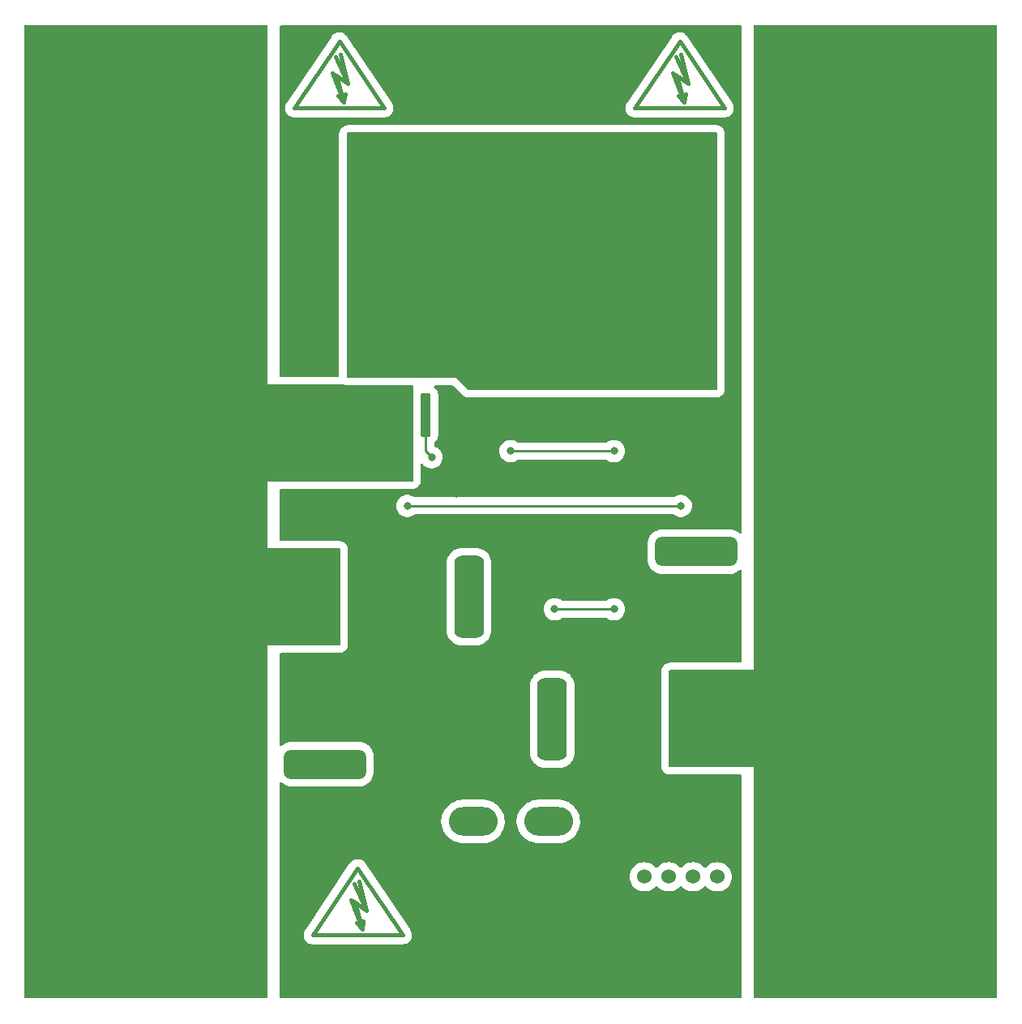
<source format=gbr>
%TF.GenerationSoftware,KiCad,Pcbnew,7.0.2*%
%TF.CreationDate,2024-02-27T12:18:34-06:00*%
%TF.ProjectId,Relay_board_hardware,52656c61-795f-4626-9f61-72645f686172,rev?*%
%TF.SameCoordinates,Original*%
%TF.FileFunction,Copper,L2,Bot*%
%TF.FilePolarity,Positive*%
%FSLAX46Y46*%
G04 Gerber Fmt 4.6, Leading zero omitted, Abs format (unit mm)*
G04 Created by KiCad (PCBNEW 7.0.2) date 2024-02-27 12:18:34*
%MOMM*%
%LPD*%
G01*
G04 APERTURE LIST*
G04 Aperture macros list*
%AMRoundRect*
0 Rectangle with rounded corners*
0 $1 Rounding radius*
0 $2 $3 $4 $5 $6 $7 $8 $9 X,Y pos of 4 corners*
0 Add a 4 corners polygon primitive as box body*
4,1,4,$2,$3,$4,$5,$6,$7,$8,$9,$2,$3,0*
0 Add four circle primitives for the rounded corners*
1,1,$1+$1,$2,$3*
1,1,$1+$1,$4,$5*
1,1,$1+$1,$6,$7*
1,1,$1+$1,$8,$9*
0 Add four rect primitives between the rounded corners*
20,1,$1+$1,$2,$3,$4,$5,0*
20,1,$1+$1,$4,$5,$6,$7,0*
20,1,$1+$1,$6,$7,$8,$9,0*
20,1,$1+$1,$8,$9,$2,$3,0*%
G04 Aperture macros list end*
%TA.AperFunction,EtchedComponent*%
%ADD10C,0.381000*%
%TD*%
%TA.AperFunction,ComponentPad*%
%ADD11O,5.100000X3.000000*%
%TD*%
%TA.AperFunction,ComponentPad*%
%ADD12R,25.400000X50.800000*%
%TD*%
%TA.AperFunction,ComponentPad*%
%ADD13RoundRect,0.775000X-3.525000X0.775000X-3.525000X-0.775000X3.525000X-0.775000X3.525000X0.775000X0*%
%TD*%
%TA.AperFunction,ComponentPad*%
%ADD14RoundRect,0.775000X0.775000X3.525000X-0.775000X3.525000X-0.775000X-3.525000X0.775000X-3.525000X0*%
%TD*%
%TA.AperFunction,ComponentPad*%
%ADD15RoundRect,0.775000X-0.775000X-3.525000X0.775000X-3.525000X0.775000X3.525000X-0.775000X3.525000X0*%
%TD*%
%TA.AperFunction,ComponentPad*%
%ADD16RoundRect,0.775000X3.525000X-0.775000X3.525000X0.775000X-3.525000X0.775000X-3.525000X-0.775000X0*%
%TD*%
%TA.AperFunction,ComponentPad*%
%ADD17R,25.400000X25.400000*%
%TD*%
%TA.AperFunction,ComponentPad*%
%ADD18C,2.000000*%
%TD*%
%TA.AperFunction,ComponentPad*%
%ADD19C,1.524000*%
%TD*%
%TA.AperFunction,SMDPad,CuDef*%
%ADD20RoundRect,0.250000X0.300000X-2.050000X0.300000X2.050000X-0.300000X2.050000X-0.300000X-2.050000X0*%
%TD*%
%TA.AperFunction,SMDPad,CuDef*%
%ADD21RoundRect,0.250000X2.375000X-2.025000X2.375000X2.025000X-2.375000X2.025000X-2.375000X-2.025000X0*%
%TD*%
%TA.AperFunction,SMDPad,CuDef*%
%ADD22RoundRect,0.250002X5.149998X-4.449998X5.149998X4.449998X-5.149998X4.449998X-5.149998X-4.449998X0*%
%TD*%
%TA.AperFunction,ViaPad*%
%ADD23C,0.800000*%
%TD*%
%TA.AperFunction,Conductor*%
%ADD24C,0.254000*%
%TD*%
%TA.AperFunction,Conductor*%
%ADD25C,0.250000*%
%TD*%
G04 APERTURE END LIST*
D10*
%TO.C,REF\u002A\u002A*%
X174752000Y-59436000D02*
X170053000Y-52451000D01*
X170952160Y-56842660D02*
X169753280Y-56042560D01*
X170952160Y-56842660D02*
X169651680Y-54041040D01*
X170550840Y-58841640D02*
X170652440Y-57942480D01*
X170550840Y-58841640D02*
X169951400Y-58143140D01*
X170550840Y-58841640D02*
X169351960Y-55742840D01*
X170152060Y-53842920D02*
X170952160Y-56842660D01*
X170053000Y-52451000D02*
X165354000Y-59436000D01*
X169753280Y-56042560D02*
X170550840Y-58841640D01*
X169351960Y-55742840D02*
X169951400Y-56141620D01*
X165354000Y-59436000D02*
X174752000Y-59436000D01*
X141127480Y-145787110D02*
X136428480Y-138802110D01*
X137327640Y-143193770D02*
X136128760Y-142393670D01*
X137327640Y-143193770D02*
X136027160Y-140392150D01*
X136926320Y-145192750D02*
X137027920Y-144293590D01*
X136926320Y-145192750D02*
X136326880Y-144494250D01*
X136926320Y-145192750D02*
X135727440Y-142093950D01*
X136527540Y-140194030D02*
X137327640Y-143193770D01*
X136428480Y-138802110D02*
X131729480Y-145787110D01*
X136128760Y-142393670D02*
X136926320Y-145192750D01*
X135727440Y-142093950D02*
X136326880Y-142492730D01*
X131729480Y-145787110D02*
X141127480Y-145787110D01*
X139192000Y-59436000D02*
X134493000Y-52451000D01*
X135392160Y-56842660D02*
X134193280Y-56042560D01*
X135392160Y-56842660D02*
X134091680Y-54041040D01*
X134990840Y-58841640D02*
X135092440Y-57942480D01*
X134990840Y-58841640D02*
X134391400Y-58143140D01*
X134990840Y-58841640D02*
X133791960Y-55742840D01*
X134592060Y-53842920D02*
X135392160Y-56842660D01*
X134493000Y-52451000D02*
X129794000Y-59436000D01*
X134193280Y-56042560D02*
X134990840Y-58841640D01*
X133791960Y-55742840D02*
X134391400Y-56141620D01*
X129794000Y-59436000D02*
X139192000Y-59436000D01*
%TD*%
D11*
%TO.P,Conn1,1,GND*%
%TO.N,/RLY_V-*%
X148463000Y-133922800D03*
%TO.P,Conn1,2,V+Log*%
%TO.N,/RLY_V+*%
X156337000Y-133922800D03*
%TD*%
D12*
%TO.P,V3,1,1*%
%TO.N,GNDPWR*%
X114300000Y-76200000D03*
%TD*%
D13*
%TO.P,K1,1*%
%TO.N,GND*%
X158754000Y-105740000D03*
%TO.P,K1,2*%
%TO.N,Net-(IC1-DRAIN)*%
X171754000Y-105740000D03*
D14*
%TO.P,K1,3*%
%TO.N,VBUS*%
X173754000Y-123240000D03*
D15*
%TO.P,K1,4*%
%TO.N,/RLY_V+*%
X156754000Y-123240000D03*
%TD*%
D12*
%TO.P,V5,1,1*%
%TO.N,GNDPWR*%
X114300000Y-127000000D03*
%TD*%
%TO.P,V2,1,1*%
%TO.N,VBUS*%
X190500000Y-76200000D03*
%TD*%
%TO.P,V4,1,1*%
%TO.N,VBUS*%
X190500000Y-127000000D03*
%TD*%
D14*
%TO.P,K2,4*%
%TO.N,/RLY_V-*%
X148046000Y-110440000D03*
D15*
%TO.P,K2,3*%
%TO.N,GNDPWR*%
X131046000Y-110440000D03*
D16*
%TO.P,K2,2*%
%TO.N,Net-(IC1-DRAIN)*%
X133046000Y-127940000D03*
%TO.P,K2,1*%
%TO.N,GND*%
X146046000Y-127940000D03*
%TD*%
D17*
%TO.P,V1,1,1*%
%TO.N,/PWRRES*%
X160655000Y-75565000D03*
%TD*%
D18*
%TO.P,C1,1*%
%TO.N,GNDPWR*%
X132080000Y-90250000D03*
%TO.P,C1,2*%
%TO.N,GND*%
X132080000Y-100250000D03*
%TD*%
D19*
%TO.P,Conn2,1*%
%TO.N,RLY_IN*%
X173990000Y-139700000D03*
%TO.P,Conn2,2*%
%TO.N,/V_SENSE_OUT*%
X171450000Y-139700000D03*
%TO.P,Conn2,3*%
%TO.N,+3V3*%
X168910000Y-139700000D03*
%TO.P,Conn2,4*%
%TO.N,DSCHG_IN*%
X166370000Y-139700000D03*
%TO.P,Conn2,5*%
%TO.N,GND*%
X163830000Y-139700000D03*
%TD*%
D20*
%TO.P,Q1,1,G*%
%TO.N,DSCHG_IN*%
X143510000Y-91470000D03*
D21*
%TO.P,Q1,2,D*%
%TO.N,/PWRRES*%
X138195000Y-84745000D03*
X143745000Y-84745000D03*
D22*
X140970000Y-82320000D03*
D21*
X138195000Y-79895000D03*
X143745000Y-79895000D03*
D20*
%TO.P,Q1,3,S*%
%TO.N,GNDPWR*%
X138430000Y-91470000D03*
%TD*%
D23*
%TO.N,GNDPWR*%
X137160000Y-93345000D03*
X133985000Y-95885000D03*
X133985000Y-90805000D03*
X137160000Y-90805000D03*
X133985000Y-93345000D03*
X128270000Y-113030000D03*
X137160000Y-95885000D03*
X128270000Y-107950000D03*
X128270000Y-110490000D03*
%TO.N,GND*%
X167640000Y-118745000D03*
X161925000Y-97155000D03*
X129540000Y-66040000D03*
X172720000Y-113665000D03*
X129540000Y-77470000D03*
X170815000Y-137160000D03*
X163195000Y-127635000D03*
X167640000Y-127635000D03*
X146685000Y-102870000D03*
X175260000Y-52070000D03*
X158115000Y-113665000D03*
X163195000Y-118745000D03*
X170815000Y-95250000D03*
X168910000Y-113665000D03*
X172720000Y-109855000D03*
X129540000Y-52070000D03*
X175260000Y-77470000D03*
X175895000Y-109855000D03*
X175895000Y-113665000D03*
X158115000Y-109855000D03*
X168910000Y-109855000D03*
X146685000Y-99695000D03*
X175260000Y-66040000D03*
X161925000Y-92075000D03*
%TO.N,Net-(IC1-DRAIN)*%
X170180000Y-100965000D03*
X141605000Y-100965000D03*
%TO.N,VBUS*%
X176530000Y-123190000D03*
X176530000Y-127000000D03*
X176530000Y-119380000D03*
%TO.N,Net-(U1A-+)*%
X152400000Y-95250000D03*
X163195000Y-95250000D03*
%TO.N,/PWRRES*%
X140970000Y-78740000D03*
X140970000Y-85090000D03*
X144780000Y-81915000D03*
X137160000Y-81915000D03*
X140970000Y-82550000D03*
X137160000Y-85090000D03*
X144780000Y-85090000D03*
X144780000Y-78740000D03*
X137160000Y-78740000D03*
%TO.N,DSCHG_IN*%
X157000000Y-111760000D03*
X163195000Y-111760000D03*
X144145000Y-95885000D03*
%TD*%
D24*
%TO.N,Net-(IC1-DRAIN)*%
X170180000Y-100965000D02*
X141605000Y-100965000D01*
%TO.N,Net-(U1A-+)*%
X163195000Y-95250000D02*
X152400000Y-95250000D01*
D25*
%TO.N,DSCHG_IN*%
X143510000Y-95250000D02*
X144145000Y-95885000D01*
X143510000Y-91470000D02*
X143510000Y-95250000D01*
D24*
X163195000Y-111760000D02*
X157000000Y-111760000D01*
%TD*%
%TA.AperFunction,Conductor*%
%TO.N,VBUS*%
G36*
X177800000Y-128270000D02*
G01*
X170180000Y-128270000D01*
X169034000Y-128270000D01*
X168966961Y-128250315D01*
X168921206Y-128197511D01*
X168910000Y-128146000D01*
X168910000Y-118234000D01*
X168929685Y-118166961D01*
X168982489Y-118121206D01*
X169034000Y-118110000D01*
X177800000Y-118110000D01*
X177800000Y-128270000D01*
G37*
%TD.AperFunction*%
%TD*%
%TA.AperFunction,Conductor*%
%TO.N,GND*%
G36*
X176473039Y-50820185D02*
G01*
X176518794Y-50872989D01*
X176530000Y-50924500D01*
X176530000Y-103742359D01*
X176510315Y-103809398D01*
X176457511Y-103855153D01*
X176388353Y-103865097D01*
X176325659Y-103836812D01*
X176252079Y-103774226D01*
X176180626Y-103713448D01*
X175968188Y-103585024D01*
X175968186Y-103585023D01*
X175737898Y-103492340D01*
X175495725Y-103437799D01*
X175352032Y-103427654D01*
X175352028Y-103427653D01*
X175349849Y-103427500D01*
X175347661Y-103427500D01*
X168160340Y-103427500D01*
X168160311Y-103427500D01*
X168158152Y-103427501D01*
X168155974Y-103427654D01*
X168155967Y-103427655D01*
X168012275Y-103437799D01*
X167770101Y-103492340D01*
X167539813Y-103585023D01*
X167327374Y-103713448D01*
X167138285Y-103874285D01*
X166977448Y-104063374D01*
X166849023Y-104275813D01*
X166756340Y-104506101D01*
X166701799Y-104748274D01*
X166695241Y-104841169D01*
X166691500Y-104894151D01*
X166691500Y-104896337D01*
X166691500Y-104896338D01*
X166691500Y-106583659D01*
X166691500Y-106583687D01*
X166691501Y-106585848D01*
X166691654Y-106588026D01*
X166691655Y-106588032D01*
X166701799Y-106731724D01*
X166756340Y-106973898D01*
X166849023Y-107204186D01*
X166849024Y-107204188D01*
X166977448Y-107416626D01*
X167051374Y-107503536D01*
X167138285Y-107605714D01*
X167215694Y-107671557D01*
X167327374Y-107766552D01*
X167539812Y-107894976D01*
X167770101Y-107987659D01*
X168012275Y-108042201D01*
X168158151Y-108052500D01*
X175349848Y-108052499D01*
X175495725Y-108042201D01*
X175737899Y-107987659D01*
X175968188Y-107894976D01*
X176180626Y-107766552D01*
X176325659Y-107643186D01*
X176389477Y-107614745D01*
X176458542Y-107625321D01*
X176510925Y-107671557D01*
X176530000Y-107737639D01*
X176530000Y-117218500D01*
X176510315Y-117285539D01*
X176457511Y-117331294D01*
X176406000Y-117342500D01*
X169034000Y-117342500D01*
X169030706Y-117342854D01*
X169030690Y-117342855D01*
X168874160Y-117359685D01*
X168874157Y-117359685D01*
X168870850Y-117360041D01*
X168867615Y-117360744D01*
X168867601Y-117360747D01*
X168819339Y-117371247D01*
X168797701Y-117376344D01*
X168797688Y-117376347D01*
X168793664Y-117377296D01*
X168789804Y-117378770D01*
X168789790Y-117378775D01*
X168627198Y-117440893D01*
X168507955Y-117522061D01*
X168479883Y-117541169D01*
X168477165Y-117543524D01*
X168477160Y-117543528D01*
X168428317Y-117585850D01*
X168428290Y-117585874D01*
X168427079Y-117586924D01*
X168425921Y-117588039D01*
X168425911Y-117588049D01*
X168368652Y-117643226D01*
X168262991Y-117786729D01*
X168194691Y-117947392D01*
X168194680Y-117947420D01*
X168193276Y-117950725D01*
X168192264Y-117954169D01*
X168192259Y-117954185D01*
X168173591Y-118017764D01*
X168173162Y-118019342D01*
X168163190Y-118056985D01*
X168163188Y-118057001D01*
X168163188Y-118057002D01*
X168142500Y-118234000D01*
X168142500Y-128146000D01*
X168142854Y-128149294D01*
X168142855Y-128149309D01*
X168155832Y-128270000D01*
X168160041Y-128309150D01*
X168160745Y-128312387D01*
X168160747Y-128312398D01*
X168171247Y-128360661D01*
X168176344Y-128382298D01*
X168176346Y-128382307D01*
X168177296Y-128386336D01*
X168178772Y-128390199D01*
X168178775Y-128390209D01*
X168240893Y-128552801D01*
X168282859Y-128614453D01*
X168341169Y-128700117D01*
X168386924Y-128752921D01*
X168443226Y-128811348D01*
X168586726Y-128917007D01*
X168621348Y-128931725D01*
X168747392Y-128985308D01*
X168747405Y-128985312D01*
X168750725Y-128986724D01*
X168754184Y-128987739D01*
X168754185Y-128987740D01*
X168817764Y-129006409D01*
X168819342Y-129006838D01*
X168856985Y-129016809D01*
X168856995Y-129016810D01*
X168857002Y-129016812D01*
X169034000Y-129037500D01*
X169037599Y-129037500D01*
X176406000Y-129037500D01*
X176473039Y-129057185D01*
X176518794Y-129109989D01*
X176530000Y-129161500D01*
X176530000Y-152275500D01*
X176510315Y-152342539D01*
X176457511Y-152388294D01*
X176406000Y-152399500D01*
X128394000Y-152399500D01*
X128326961Y-152379815D01*
X128281206Y-152327011D01*
X128270000Y-152275500D01*
X128270000Y-145802307D01*
X130771684Y-145802307D01*
X130772421Y-145808569D01*
X130773112Y-145829331D01*
X130772793Y-145835624D01*
X130784630Y-145912895D01*
X130785209Y-145917170D01*
X130794349Y-145994797D01*
X130796332Y-146000783D01*
X130801189Y-146020985D01*
X130802143Y-146027215D01*
X130829287Y-146100505D01*
X130830715Y-146104576D01*
X130855297Y-146178783D01*
X130858446Y-146184249D01*
X130867269Y-146203057D01*
X130869460Y-146208970D01*
X130869461Y-146208971D01*
X130910796Y-146275288D01*
X130913014Y-146278988D01*
X130952039Y-146346740D01*
X130956215Y-146351452D01*
X130968648Y-146368106D01*
X130971980Y-146373451D01*
X130971982Y-146373453D01*
X130971984Y-146373456D01*
X131025854Y-146430127D01*
X131028753Y-146433286D01*
X131080603Y-146491781D01*
X131085648Y-146495560D01*
X131101179Y-146509370D01*
X131105519Y-146513935D01*
X131169653Y-146558573D01*
X131173153Y-146561100D01*
X131213756Y-146591511D01*
X131235737Y-146607975D01*
X131241431Y-146610657D01*
X131259429Y-146621059D01*
X131264602Y-146624660D01*
X131336433Y-146655485D01*
X131340319Y-146657233D01*
X131411082Y-146690562D01*
X131417208Y-146692044D01*
X131436929Y-146698610D01*
X131442716Y-146701094D01*
X131519268Y-146716825D01*
X131523470Y-146717766D01*
X131563895Y-146727550D01*
X131599463Y-146736160D01*
X131605758Y-146736379D01*
X131626397Y-146738841D01*
X131632569Y-146740110D01*
X131710721Y-146740110D01*
X131715037Y-146740185D01*
X131793166Y-146742906D01*
X131793166Y-146742905D01*
X131793168Y-146742906D01*
X131799382Y-146741852D01*
X131820100Y-146740110D01*
X141091624Y-146740110D01*
X141099867Y-146740384D01*
X141104487Y-146740691D01*
X141160815Y-146744445D01*
X141238280Y-146733832D01*
X141242557Y-146733322D01*
X141320307Y-146725416D01*
X141326313Y-146723531D01*
X141346598Y-146718993D01*
X141352843Y-146718138D01*
X141426641Y-146692128D01*
X141430621Y-146690803D01*
X141505239Y-146667393D01*
X141510739Y-146664339D01*
X141529701Y-146655808D01*
X141535645Y-146653714D01*
X141602678Y-146613392D01*
X141606343Y-146611274D01*
X141674706Y-146573332D01*
X141679478Y-146569234D01*
X141696344Y-146557055D01*
X141697432Y-146556400D01*
X141701736Y-146553812D01*
X141759297Y-146500806D01*
X141762411Y-146498037D01*
X141821770Y-146447082D01*
X141825620Y-146442107D01*
X141839684Y-146426785D01*
X141844317Y-146422521D01*
X141890012Y-146359038D01*
X141892547Y-146355643D01*
X141940409Y-146293813D01*
X141943183Y-146288155D01*
X141953874Y-146270319D01*
X141957550Y-146265215D01*
X141989525Y-146193848D01*
X141991315Y-146190031D01*
X142025767Y-146119799D01*
X142027346Y-146113699D01*
X142034222Y-146094089D01*
X142036801Y-146088336D01*
X142053751Y-146012007D01*
X142054747Y-146007865D01*
X142074349Y-145932165D01*
X142074668Y-145925875D01*
X142077458Y-145905265D01*
X142078823Y-145899125D01*
X142080062Y-145820967D01*
X142080203Y-145816713D01*
X142084166Y-145738592D01*
X142084165Y-145738591D01*
X142084166Y-145738588D01*
X142083213Y-145732368D01*
X142081798Y-145711612D01*
X142081898Y-145705328D01*
X142081897Y-145705327D01*
X142067374Y-145628495D01*
X142066653Y-145624277D01*
X142064342Y-145609194D01*
X142054816Y-145547006D01*
X142052626Y-145541095D01*
X142047066Y-145521063D01*
X142045898Y-145514880D01*
X142016203Y-145442538D01*
X142014655Y-145438572D01*
X141987500Y-145365250D01*
X141984171Y-145359909D01*
X141974689Y-145341401D01*
X141972299Y-145335577D01*
X141928648Y-145270691D01*
X141926340Y-145267128D01*
X141884976Y-145200764D01*
X141884975Y-145200763D01*
X141884974Y-145200761D01*
X141880634Y-145196195D01*
X141867624Y-145179979D01*
X138181091Y-139699999D01*
X164840786Y-139699999D01*
X164859613Y-139939223D01*
X164915630Y-140172553D01*
X164973538Y-140312355D01*
X165007460Y-140394249D01*
X165007461Y-140394250D01*
X165132841Y-140598851D01*
X165288681Y-140781318D01*
X165471148Y-140937158D01*
X165471150Y-140937159D01*
X165471151Y-140937160D01*
X165675751Y-141062540D01*
X165839538Y-141130382D01*
X165897446Y-141154369D01*
X165971161Y-141172066D01*
X166130778Y-141210387D01*
X166370000Y-141229214D01*
X166609222Y-141210387D01*
X166842553Y-141154369D01*
X167064249Y-141062540D01*
X167268849Y-140937160D01*
X167451318Y-140781318D01*
X167545713Y-140670794D01*
X167604214Y-140632605D01*
X167674082Y-140632105D01*
X167733129Y-140669458D01*
X167734289Y-140670798D01*
X167828681Y-140781318D01*
X168011148Y-140937158D01*
X168011150Y-140937159D01*
X168011151Y-140937160D01*
X168215751Y-141062540D01*
X168379538Y-141130382D01*
X168437446Y-141154369D01*
X168511161Y-141172066D01*
X168670778Y-141210387D01*
X168910000Y-141229214D01*
X169149222Y-141210387D01*
X169382553Y-141154369D01*
X169604249Y-141062540D01*
X169808849Y-140937160D01*
X169991318Y-140781318D01*
X170085711Y-140670796D01*
X170144216Y-140632605D01*
X170214084Y-140632105D01*
X170273130Y-140669459D01*
X170274208Y-140670702D01*
X170368682Y-140781318D01*
X170368685Y-140781321D01*
X170551148Y-140937158D01*
X170551150Y-140937159D01*
X170551151Y-140937160D01*
X170755751Y-141062540D01*
X170919538Y-141130382D01*
X170977446Y-141154369D01*
X171051161Y-141172066D01*
X171210778Y-141210387D01*
X171450000Y-141229214D01*
X171689222Y-141210387D01*
X171922553Y-141154369D01*
X172144249Y-141062540D01*
X172348849Y-140937160D01*
X172531318Y-140781318D01*
X172625711Y-140670796D01*
X172684216Y-140632605D01*
X172754084Y-140632105D01*
X172813130Y-140669459D01*
X172814208Y-140670702D01*
X172908682Y-140781318D01*
X172908685Y-140781321D01*
X173091148Y-140937158D01*
X173091150Y-140937159D01*
X173091151Y-140937160D01*
X173295751Y-141062540D01*
X173459538Y-141130382D01*
X173517446Y-141154369D01*
X173591161Y-141172066D01*
X173750778Y-141210387D01*
X173990000Y-141229214D01*
X174229222Y-141210387D01*
X174462553Y-141154369D01*
X174684249Y-141062540D01*
X174888849Y-140937160D01*
X175071318Y-140781318D01*
X175227160Y-140598849D01*
X175352540Y-140394249D01*
X175444369Y-140172553D01*
X175500387Y-139939222D01*
X175519214Y-139700000D01*
X175500387Y-139460778D01*
X175444369Y-139227447D01*
X175352540Y-139005751D01*
X175227160Y-138801151D01*
X175227159Y-138801150D01*
X175227158Y-138801148D01*
X175071318Y-138618681D01*
X174888851Y-138462841D01*
X174813524Y-138416681D01*
X174684249Y-138337460D01*
X174579216Y-138293954D01*
X174462553Y-138245630D01*
X174229223Y-138189613D01*
X173990000Y-138170786D01*
X173750776Y-138189613D01*
X173517446Y-138245630D01*
X173295749Y-138337461D01*
X173091148Y-138462841D01*
X172908681Y-138618681D01*
X172814290Y-138729201D01*
X172755784Y-138767395D01*
X172685916Y-138767894D01*
X172626869Y-138730540D01*
X172625710Y-138729201D01*
X172531318Y-138618681D01*
X172348851Y-138462841D01*
X172273524Y-138416681D01*
X172144249Y-138337460D01*
X172039216Y-138293954D01*
X171922553Y-138245630D01*
X171689223Y-138189613D01*
X171555399Y-138179081D01*
X171450000Y-138170786D01*
X171449999Y-138170786D01*
X171210776Y-138189613D01*
X170977446Y-138245630D01*
X170755749Y-138337461D01*
X170551148Y-138462841D01*
X170368681Y-138618681D01*
X170274290Y-138729201D01*
X170215784Y-138767395D01*
X170145916Y-138767894D01*
X170086869Y-138730540D01*
X170085710Y-138729201D01*
X169991318Y-138618681D01*
X169808851Y-138462841D01*
X169733524Y-138416681D01*
X169604249Y-138337460D01*
X169499216Y-138293954D01*
X169382553Y-138245630D01*
X169149223Y-138189613D01*
X169015399Y-138179081D01*
X168910000Y-138170786D01*
X168909999Y-138170786D01*
X168670776Y-138189613D01*
X168437446Y-138245630D01*
X168215749Y-138337461D01*
X168011148Y-138462841D01*
X167828684Y-138618679D01*
X167734289Y-138729202D01*
X167675782Y-138767395D01*
X167605914Y-138767893D01*
X167546868Y-138730539D01*
X167545801Y-138729308D01*
X167451318Y-138618682D01*
X167451315Y-138618680D01*
X167451314Y-138618678D01*
X167268851Y-138462841D01*
X167193524Y-138416681D01*
X167064249Y-138337460D01*
X166959216Y-138293954D01*
X166842553Y-138245630D01*
X166609223Y-138189613D01*
X166370000Y-138170786D01*
X166130776Y-138189613D01*
X165897446Y-138245630D01*
X165675749Y-138337461D01*
X165471148Y-138462841D01*
X165288681Y-138618681D01*
X165132841Y-138801148D01*
X165007461Y-139005749D01*
X164915630Y-139227446D01*
X164859613Y-139460776D01*
X164840786Y-139699999D01*
X138181091Y-139699999D01*
X137240134Y-138301279D01*
X137235569Y-138293954D01*
X137207736Y-138245631D01*
X137205922Y-138242481D01*
X137152967Y-138182740D01*
X137150412Y-138179763D01*
X137099386Y-138118381D01*
X137099383Y-138118379D01*
X137099382Y-138118377D01*
X137095770Y-138115488D01*
X137080426Y-138100902D01*
X137077355Y-138097438D01*
X137077351Y-138097435D01*
X137013433Y-138049560D01*
X137010323Y-138047152D01*
X136948013Y-137997320D01*
X136943890Y-137995216D01*
X136925937Y-137984026D01*
X136922225Y-137981246D01*
X136849992Y-137947225D01*
X136846459Y-137945492D01*
X136842295Y-137943367D01*
X136826891Y-137935505D01*
X136775377Y-137909213D01*
X136770917Y-137907983D01*
X136751067Y-137900632D01*
X136746877Y-137898658D01*
X136669308Y-137879882D01*
X136665501Y-137878896D01*
X136588537Y-137857660D01*
X136583912Y-137857352D01*
X136562994Y-137854148D01*
X136558498Y-137853060D01*
X136478736Y-137850281D01*
X136474812Y-137850082D01*
X136395142Y-137844774D01*
X136390544Y-137845404D01*
X136369427Y-137846474D01*
X136364796Y-137846313D01*
X136286076Y-137859653D01*
X136282191Y-137860248D01*
X136203118Y-137871081D01*
X136198741Y-137872624D01*
X136178263Y-137877925D01*
X136177627Y-137878033D01*
X136173692Y-137878700D01*
X136099278Y-137907610D01*
X136095592Y-137908975D01*
X136020314Y-137935505D01*
X136016340Y-137937896D01*
X135997345Y-137947213D01*
X135993030Y-137948889D01*
X135925969Y-137992180D01*
X135922633Y-137994260D01*
X135854219Y-138035410D01*
X135850802Y-138038557D01*
X135834085Y-138051497D01*
X135830191Y-138054010D01*
X135773245Y-138109887D01*
X135770397Y-138112595D01*
X135711640Y-138166700D01*
X135708930Y-138170466D01*
X135695156Y-138186511D01*
X135691848Y-138189757D01*
X135647287Y-138255994D01*
X135645043Y-138259218D01*
X135598407Y-138324008D01*
X135596511Y-138328239D01*
X135586244Y-138346734D01*
X130958761Y-145225427D01*
X130953932Y-145232113D01*
X130916550Y-145280407D01*
X130882131Y-145350575D01*
X130880165Y-145354413D01*
X130843315Y-145423360D01*
X130841525Y-145429401D01*
X130833971Y-145448756D01*
X130831193Y-145454418D01*
X130811602Y-145530081D01*
X130810449Y-145534235D01*
X130788231Y-145609194D01*
X130787693Y-145615476D01*
X130784191Y-145635951D01*
X130782611Y-145642053D01*
X130778650Y-145720138D01*
X130778356Y-145724441D01*
X130771684Y-145802307D01*
X128270000Y-145802307D01*
X128270000Y-133998571D01*
X145146702Y-133998571D01*
X145147116Y-134002692D01*
X145147117Y-134002703D01*
X145176607Y-134295829D01*
X145177023Y-134299962D01*
X145177983Y-134303990D01*
X145177985Y-134304002D01*
X145246282Y-134590588D01*
X145247244Y-134594624D01*
X145248732Y-134598488D01*
X145248735Y-134598497D01*
X145354618Y-134873416D01*
X145356113Y-134877297D01*
X145358106Y-134880934D01*
X145358108Y-134880938D01*
X145499694Y-135139299D01*
X145499700Y-135139308D01*
X145501688Y-135142936D01*
X145504144Y-135146269D01*
X145504147Y-135146274D01*
X145678909Y-135383462D01*
X145681370Y-135386802D01*
X145891953Y-135604544D01*
X146129679Y-135792274D01*
X146390306Y-135946644D01*
X146669183Y-136064898D01*
X146961333Y-136144926D01*
X147261543Y-136185300D01*
X147265684Y-136185300D01*
X149586567Y-136185300D01*
X149588649Y-136185300D01*
X149815237Y-136170132D01*
X150112080Y-136109796D01*
X150398233Y-136010433D01*
X150668588Y-135873816D01*
X150918323Y-135702383D01*
X151142979Y-135499193D01*
X151338548Y-135267873D01*
X151501540Y-135012550D01*
X151629047Y-134737780D01*
X151718793Y-134448467D01*
X151769176Y-134149773D01*
X151774231Y-133998571D01*
X153020702Y-133998571D01*
X153021116Y-134002692D01*
X153021117Y-134002703D01*
X153050607Y-134295829D01*
X153051023Y-134299962D01*
X153051983Y-134303990D01*
X153051985Y-134304002D01*
X153120282Y-134590588D01*
X153121244Y-134594624D01*
X153122732Y-134598488D01*
X153122735Y-134598497D01*
X153228618Y-134873416D01*
X153230113Y-134877297D01*
X153232106Y-134880934D01*
X153232108Y-134880938D01*
X153373694Y-135139299D01*
X153373700Y-135139308D01*
X153375688Y-135142936D01*
X153378144Y-135146269D01*
X153378147Y-135146274D01*
X153552909Y-135383462D01*
X153555370Y-135386802D01*
X153765953Y-135604544D01*
X154003679Y-135792274D01*
X154264306Y-135946644D01*
X154543183Y-136064898D01*
X154835333Y-136144926D01*
X155135543Y-136185300D01*
X155139684Y-136185300D01*
X157460567Y-136185300D01*
X157462649Y-136185300D01*
X157689237Y-136170132D01*
X157986080Y-136109796D01*
X158272233Y-136010433D01*
X158542588Y-135873816D01*
X158792323Y-135702383D01*
X159016979Y-135499193D01*
X159212548Y-135267873D01*
X159375540Y-135012550D01*
X159503047Y-134737780D01*
X159592793Y-134448467D01*
X159643176Y-134149773D01*
X159653298Y-133847029D01*
X159622977Y-133545638D01*
X159552756Y-133250976D01*
X159443887Y-132968303D01*
X159369766Y-132833050D01*
X159300305Y-132706300D01*
X159300302Y-132706295D01*
X159298312Y-132702664D01*
X159118630Y-132458798D01*
X158908047Y-132241056D01*
X158773193Y-132134563D01*
X158673571Y-132055892D01*
X158673566Y-132055888D01*
X158670321Y-132053326D01*
X158666765Y-132051219D01*
X158666761Y-132051217D01*
X158413256Y-131901066D01*
X158409694Y-131898956D01*
X158130817Y-131780702D01*
X158126830Y-131779610D01*
X158126822Y-131779607D01*
X157842674Y-131701771D01*
X157842665Y-131701769D01*
X157838667Y-131700674D01*
X157834560Y-131700121D01*
X157834552Y-131700120D01*
X157542558Y-131660851D01*
X157542550Y-131660850D01*
X157538457Y-131660300D01*
X155211351Y-131660300D01*
X155209277Y-131660438D01*
X155209272Y-131660439D01*
X154988895Y-131675191D01*
X154988889Y-131675191D01*
X154984763Y-131675468D01*
X154980706Y-131676292D01*
X154980703Y-131676293D01*
X154691988Y-131734977D01*
X154691985Y-131734977D01*
X154687920Y-131735804D01*
X154684006Y-131737163D01*
X154683999Y-131737165D01*
X154405679Y-131833808D01*
X154405671Y-131833811D01*
X154401767Y-131835167D01*
X154398070Y-131837034D01*
X154398068Y-131837036D01*
X154135113Y-131969913D01*
X154135103Y-131969918D01*
X154131412Y-131971784D01*
X154128001Y-131974125D01*
X154127995Y-131974129D01*
X153885094Y-132140870D01*
X153885080Y-132140880D01*
X153881677Y-132143217D01*
X153878612Y-132145988D01*
X153878602Y-132145997D01*
X153660095Y-132343626D01*
X153660089Y-132343631D01*
X153657021Y-132346407D01*
X153654352Y-132349562D01*
X153654345Y-132349571D01*
X153464127Y-132574562D01*
X153464121Y-132574569D01*
X153461452Y-132577727D01*
X153459229Y-132581208D01*
X153459221Y-132581220D01*
X153300686Y-132829562D01*
X153300682Y-132829569D01*
X153298460Y-132833050D01*
X153296720Y-132836799D01*
X153296717Y-132836805D01*
X153172698Y-133104058D01*
X153172694Y-133104067D01*
X153170953Y-133107820D01*
X153169727Y-133111770D01*
X153169725Y-133111777D01*
X153082434Y-133393177D01*
X153081207Y-133397133D01*
X153080518Y-133401211D01*
X153080518Y-133401216D01*
X153055461Y-133549770D01*
X153030824Y-133695827D01*
X153030686Y-133699950D01*
X153030685Y-133699962D01*
X153020840Y-133994423D01*
X153020840Y-133994433D01*
X153020702Y-133998571D01*
X151774231Y-133998571D01*
X151779298Y-133847029D01*
X151748977Y-133545638D01*
X151678756Y-133250976D01*
X151569887Y-132968303D01*
X151495766Y-132833050D01*
X151426305Y-132706300D01*
X151426302Y-132706295D01*
X151424312Y-132702664D01*
X151244630Y-132458798D01*
X151034047Y-132241056D01*
X150899193Y-132134563D01*
X150799571Y-132055892D01*
X150799566Y-132055888D01*
X150796321Y-132053326D01*
X150792765Y-132051219D01*
X150792761Y-132051217D01*
X150539256Y-131901066D01*
X150535694Y-131898956D01*
X150256817Y-131780702D01*
X150252830Y-131779610D01*
X150252822Y-131779607D01*
X149968674Y-131701771D01*
X149968665Y-131701769D01*
X149964667Y-131700674D01*
X149960560Y-131700121D01*
X149960552Y-131700120D01*
X149668558Y-131660851D01*
X149668550Y-131660850D01*
X149664457Y-131660300D01*
X147337351Y-131660300D01*
X147335277Y-131660438D01*
X147335272Y-131660439D01*
X147114895Y-131675191D01*
X147114889Y-131675191D01*
X147110763Y-131675468D01*
X147106706Y-131676292D01*
X147106703Y-131676293D01*
X146817988Y-131734977D01*
X146817985Y-131734977D01*
X146813920Y-131735804D01*
X146810006Y-131737163D01*
X146809999Y-131737165D01*
X146531679Y-131833808D01*
X146531671Y-131833811D01*
X146527767Y-131835167D01*
X146524070Y-131837034D01*
X146524068Y-131837036D01*
X146261113Y-131969913D01*
X146261103Y-131969918D01*
X146257412Y-131971784D01*
X146254001Y-131974125D01*
X146253995Y-131974129D01*
X146011094Y-132140870D01*
X146011080Y-132140880D01*
X146007677Y-132143217D01*
X146004612Y-132145988D01*
X146004602Y-132145997D01*
X145786095Y-132343626D01*
X145786089Y-132343631D01*
X145783021Y-132346407D01*
X145780352Y-132349562D01*
X145780345Y-132349571D01*
X145590127Y-132574562D01*
X145590121Y-132574569D01*
X145587452Y-132577727D01*
X145585229Y-132581208D01*
X145585221Y-132581220D01*
X145426686Y-132829562D01*
X145426682Y-132829569D01*
X145424460Y-132833050D01*
X145422720Y-132836799D01*
X145422717Y-132836805D01*
X145298698Y-133104058D01*
X145298694Y-133104067D01*
X145296953Y-133107820D01*
X145295727Y-133111770D01*
X145295725Y-133111777D01*
X145208434Y-133393177D01*
X145207207Y-133397133D01*
X145206518Y-133401211D01*
X145206518Y-133401216D01*
X145181461Y-133549770D01*
X145156824Y-133695827D01*
X145156686Y-133699950D01*
X145156685Y-133699962D01*
X145146840Y-133994423D01*
X145146840Y-133994433D01*
X145146702Y-133998571D01*
X128270000Y-133998571D01*
X128270000Y-129937639D01*
X128289685Y-129870600D01*
X128342489Y-129824845D01*
X128411647Y-129814901D01*
X128474341Y-129843187D01*
X128585382Y-129937639D01*
X128619374Y-129966552D01*
X128831812Y-130094976D01*
X129062101Y-130187659D01*
X129304275Y-130242201D01*
X129450151Y-130252500D01*
X136641848Y-130252499D01*
X136787725Y-130242201D01*
X137029899Y-130187659D01*
X137260188Y-130094976D01*
X137472626Y-129966552D01*
X137661714Y-129805714D01*
X137822552Y-129616626D01*
X137950976Y-129404188D01*
X138043659Y-129173899D01*
X138098201Y-128931725D01*
X138108500Y-128785849D01*
X138108499Y-127094152D01*
X138098201Y-126948275D01*
X138072394Y-126833687D01*
X154441500Y-126833687D01*
X154441501Y-126835848D01*
X154441654Y-126838026D01*
X154441655Y-126838032D01*
X154451799Y-126981724D01*
X154506340Y-127223898D01*
X154599023Y-127454186D01*
X154599024Y-127454188D01*
X154727448Y-127666626D01*
X154801374Y-127753536D01*
X154888285Y-127855714D01*
X154975196Y-127929640D01*
X155077374Y-128016552D01*
X155289812Y-128144976D01*
X155520101Y-128237659D01*
X155762275Y-128292201D01*
X155908151Y-128302500D01*
X157599848Y-128302499D01*
X157745725Y-128292201D01*
X157987899Y-128237659D01*
X158218188Y-128144976D01*
X158430626Y-128016552D01*
X158619714Y-127855714D01*
X158780552Y-127666626D01*
X158908976Y-127454188D01*
X159001659Y-127223899D01*
X159056201Y-126981725D01*
X159066500Y-126835849D01*
X159066499Y-119644152D01*
X159056201Y-119498275D01*
X159001659Y-119256101D01*
X158908976Y-119025812D01*
X158780552Y-118813374D01*
X158693640Y-118711196D01*
X158619714Y-118624285D01*
X158517536Y-118537374D01*
X158430626Y-118463448D01*
X158218188Y-118335024D01*
X158218186Y-118335023D01*
X157987898Y-118242340D01*
X157745725Y-118187799D01*
X157602032Y-118177654D01*
X157602028Y-118177653D01*
X157599849Y-118177500D01*
X157597661Y-118177500D01*
X155910340Y-118177500D01*
X155910311Y-118177500D01*
X155908152Y-118177501D01*
X155905974Y-118177654D01*
X155905967Y-118177655D01*
X155762275Y-118187799D01*
X155520101Y-118242340D01*
X155289813Y-118335023D01*
X155077374Y-118463448D01*
X154888285Y-118624285D01*
X154727448Y-118813374D01*
X154599023Y-119025813D01*
X154506340Y-119256101D01*
X154451799Y-119498274D01*
X154451799Y-119498275D01*
X154441500Y-119644151D01*
X154441500Y-119646337D01*
X154441500Y-119646338D01*
X154441500Y-126833659D01*
X154441500Y-126833687D01*
X138072394Y-126833687D01*
X138043659Y-126706101D01*
X137950976Y-126475812D01*
X137822552Y-126263374D01*
X137735640Y-126161196D01*
X137661714Y-126074285D01*
X137559536Y-125987374D01*
X137472626Y-125913448D01*
X137260188Y-125785024D01*
X137260186Y-125785023D01*
X137029898Y-125692340D01*
X136787725Y-125637799D01*
X136644032Y-125627654D01*
X136644028Y-125627653D01*
X136641849Y-125627500D01*
X136639661Y-125627500D01*
X129452340Y-125627500D01*
X129452311Y-125627500D01*
X129450152Y-125627501D01*
X129447974Y-125627654D01*
X129447967Y-125627655D01*
X129304275Y-125637799D01*
X129062101Y-125692340D01*
X128831813Y-125785023D01*
X128619374Y-125913448D01*
X128474341Y-126036812D01*
X128410522Y-126065253D01*
X128341457Y-126054677D01*
X128289075Y-126008440D01*
X128270000Y-125942359D01*
X128270000Y-116461500D01*
X128289685Y-116394461D01*
X128342489Y-116348706D01*
X128394000Y-116337500D01*
X134492676Y-116337500D01*
X134496000Y-116337500D01*
X134659150Y-116319959D01*
X134710661Y-116308753D01*
X134736336Y-116302704D01*
X134833023Y-116265764D01*
X134902801Y-116239106D01*
X134902801Y-116239105D01*
X134902803Y-116239105D01*
X135050117Y-116138831D01*
X135102921Y-116093076D01*
X135161348Y-116036774D01*
X135267007Y-115893274D01*
X135336724Y-115729275D01*
X135356409Y-115662236D01*
X135356838Y-115660658D01*
X135366809Y-115623014D01*
X135366809Y-115623005D01*
X135366812Y-115622998D01*
X135387500Y-115446000D01*
X135387500Y-114033687D01*
X145733500Y-114033687D01*
X145733501Y-114035848D01*
X145733654Y-114038026D01*
X145733655Y-114038032D01*
X145743799Y-114181724D01*
X145798340Y-114423898D01*
X145891023Y-114654186D01*
X145891024Y-114654188D01*
X146019448Y-114866626D01*
X146093374Y-114953536D01*
X146180285Y-115055714D01*
X146267196Y-115129640D01*
X146369374Y-115216552D01*
X146581812Y-115344976D01*
X146812101Y-115437659D01*
X147054275Y-115492201D01*
X147200151Y-115502500D01*
X148891848Y-115502499D01*
X149037725Y-115492201D01*
X149279899Y-115437659D01*
X149510188Y-115344976D01*
X149722626Y-115216552D01*
X149911714Y-115055714D01*
X150072552Y-114866626D01*
X150200976Y-114654188D01*
X150293659Y-114423899D01*
X150348201Y-114181725D01*
X150358500Y-114035849D01*
X150358500Y-111760000D01*
X155832520Y-111760000D01*
X155852398Y-111974526D01*
X155911356Y-112181742D01*
X156007385Y-112374596D01*
X156137222Y-112546527D01*
X156296433Y-112691667D01*
X156296435Y-112691668D01*
X156296436Y-112691669D01*
X156479609Y-112805085D01*
X156680504Y-112882912D01*
X156892279Y-112922500D01*
X156892281Y-112922500D01*
X157107719Y-112922500D01*
X157107721Y-112922500D01*
X157319496Y-112882912D01*
X157520391Y-112805085D01*
X157703564Y-112691669D01*
X157714321Y-112681862D01*
X157777124Y-112651246D01*
X157797859Y-112649500D01*
X162397141Y-112649500D01*
X162464180Y-112669185D01*
X162480676Y-112681859D01*
X162491436Y-112691669D01*
X162674609Y-112805085D01*
X162875504Y-112882912D01*
X163087279Y-112922500D01*
X163087281Y-112922500D01*
X163302719Y-112922500D01*
X163302721Y-112922500D01*
X163514496Y-112882912D01*
X163715391Y-112805085D01*
X163898564Y-112691669D01*
X164057778Y-112546526D01*
X164187612Y-112374599D01*
X164187612Y-112374597D01*
X164187614Y-112374596D01*
X164283643Y-112181742D01*
X164342601Y-111974526D01*
X164345709Y-111940984D01*
X164362480Y-111760000D01*
X164342601Y-111545476D01*
X164342601Y-111545473D01*
X164283643Y-111338257D01*
X164187614Y-111145403D01*
X164057777Y-110973472D01*
X163898566Y-110828332D01*
X163715391Y-110714915D01*
X163514496Y-110637088D01*
X163302721Y-110597500D01*
X163087279Y-110597500D01*
X162875504Y-110637088D01*
X162674608Y-110714915D01*
X162491436Y-110828330D01*
X162484586Y-110834575D01*
X162480678Y-110838137D01*
X162417876Y-110868754D01*
X162397141Y-110870500D01*
X157797859Y-110870500D01*
X157730820Y-110850815D01*
X157714323Y-110838140D01*
X157703564Y-110828331D01*
X157703563Y-110828330D01*
X157520391Y-110714915D01*
X157520390Y-110714915D01*
X157319496Y-110637088D01*
X157107721Y-110597500D01*
X156892279Y-110597500D01*
X156680504Y-110637088D01*
X156479608Y-110714915D01*
X156296433Y-110828332D01*
X156137222Y-110973472D01*
X156007385Y-111145403D01*
X155911356Y-111338257D01*
X155852398Y-111545473D01*
X155832520Y-111760000D01*
X150358500Y-111760000D01*
X150358499Y-106844152D01*
X150348201Y-106698275D01*
X150293659Y-106456101D01*
X150200976Y-106225812D01*
X150072552Y-106013374D01*
X149985640Y-105911196D01*
X149911714Y-105824285D01*
X149809536Y-105737374D01*
X149722626Y-105663448D01*
X149510188Y-105535024D01*
X149507644Y-105534000D01*
X149279898Y-105442340D01*
X149037725Y-105387799D01*
X148894032Y-105377654D01*
X148894028Y-105377653D01*
X148891849Y-105377500D01*
X148889661Y-105377500D01*
X147202340Y-105377500D01*
X147202311Y-105377500D01*
X147200152Y-105377501D01*
X147197974Y-105377654D01*
X147197967Y-105377655D01*
X147054275Y-105387799D01*
X146812101Y-105442340D01*
X146581813Y-105535023D01*
X146369374Y-105663448D01*
X146180285Y-105824285D01*
X146019448Y-106013374D01*
X145891023Y-106225813D01*
X145798340Y-106456101D01*
X145743799Y-106698274D01*
X145743799Y-106698275D01*
X145733500Y-106844151D01*
X145733500Y-106846337D01*
X145733500Y-106846338D01*
X145733500Y-114033659D01*
X145733500Y-114033687D01*
X135387500Y-114033687D01*
X135387500Y-105534000D01*
X135369959Y-105370850D01*
X135358753Y-105319339D01*
X135352704Y-105293664D01*
X135336299Y-105250725D01*
X135289106Y-105127198D01*
X135261557Y-105086726D01*
X135188831Y-104979883D01*
X135158753Y-104945171D01*
X135144149Y-104928317D01*
X135144143Y-104928311D01*
X135143076Y-104927079D01*
X135086774Y-104868652D01*
X134943274Y-104762993D01*
X134943270Y-104762991D01*
X134782607Y-104694691D01*
X134782585Y-104694683D01*
X134779275Y-104693276D01*
X134775825Y-104692263D01*
X134775814Y-104692259D01*
X134712236Y-104673591D01*
X134710658Y-104673162D01*
X134673014Y-104663190D01*
X134672998Y-104663188D01*
X134496000Y-104642500D01*
X128394000Y-104642500D01*
X128326961Y-104622815D01*
X128281206Y-104570011D01*
X128270000Y-104518500D01*
X128270000Y-100965000D01*
X140437520Y-100965000D01*
X140457398Y-101179526D01*
X140516356Y-101386742D01*
X140612385Y-101579596D01*
X140742222Y-101751527D01*
X140901433Y-101896667D01*
X140901435Y-101896668D01*
X140901436Y-101896669D01*
X141084609Y-102010085D01*
X141285504Y-102087912D01*
X141497279Y-102127500D01*
X141497281Y-102127500D01*
X141712719Y-102127500D01*
X141712721Y-102127500D01*
X141924496Y-102087912D01*
X142125391Y-102010085D01*
X142308564Y-101896669D01*
X142319321Y-101886862D01*
X142382124Y-101856246D01*
X142402859Y-101854500D01*
X169382141Y-101854500D01*
X169449180Y-101874185D01*
X169465676Y-101886859D01*
X169476436Y-101896669D01*
X169659609Y-102010085D01*
X169860504Y-102087912D01*
X170072279Y-102127500D01*
X170072281Y-102127500D01*
X170287719Y-102127500D01*
X170287721Y-102127500D01*
X170499496Y-102087912D01*
X170700391Y-102010085D01*
X170883564Y-101896669D01*
X171042778Y-101751526D01*
X171172612Y-101579599D01*
X171172612Y-101579597D01*
X171172614Y-101579596D01*
X171268643Y-101386742D01*
X171327601Y-101179526D01*
X171330483Y-101148415D01*
X171347480Y-100965000D01*
X171327601Y-100750476D01*
X171327601Y-100750473D01*
X171268643Y-100543257D01*
X171172614Y-100350403D01*
X171042777Y-100178472D01*
X170883566Y-100033332D01*
X170700391Y-99919915D01*
X170700390Y-99919915D01*
X170499496Y-99842088D01*
X170287721Y-99802500D01*
X170072279Y-99802500D01*
X169860503Y-99842087D01*
X169860504Y-99842088D01*
X169659608Y-99919915D01*
X169476436Y-100033330D01*
X169469586Y-100039575D01*
X169465678Y-100043137D01*
X169402876Y-100073754D01*
X169382141Y-100075500D01*
X142402859Y-100075500D01*
X142335820Y-100055815D01*
X142319323Y-100043140D01*
X142308564Y-100033331D01*
X142308563Y-100033330D01*
X142125391Y-99919915D01*
X142125391Y-99919914D01*
X141924496Y-99842088D01*
X141712721Y-99802500D01*
X141497279Y-99802500D01*
X141285504Y-99842087D01*
X141285504Y-99842088D01*
X141084608Y-99919915D01*
X140901433Y-100033332D01*
X140742222Y-100178472D01*
X140612385Y-100350403D01*
X140516356Y-100543257D01*
X140457398Y-100750473D01*
X140437520Y-100965000D01*
X128270000Y-100965000D01*
X128270000Y-99316500D01*
X128289685Y-99249461D01*
X128342489Y-99203706D01*
X128394000Y-99192500D01*
X142112676Y-99192500D01*
X142116000Y-99192500D01*
X142279150Y-99174959D01*
X142330661Y-99163753D01*
X142356336Y-99157704D01*
X142453023Y-99120764D01*
X142522801Y-99094106D01*
X142522801Y-99094105D01*
X142522803Y-99094105D01*
X142670117Y-98993831D01*
X142722921Y-98948076D01*
X142781348Y-98891774D01*
X142887007Y-98748274D01*
X142956724Y-98584275D01*
X142976409Y-98517236D01*
X142976838Y-98515658D01*
X142986809Y-98478014D01*
X142986809Y-98478005D01*
X142986812Y-98477998D01*
X143007500Y-98301000D01*
X143007500Y-96677700D01*
X143027185Y-96610662D01*
X143079989Y-96564907D01*
X143149147Y-96554963D01*
X143212703Y-96583988D01*
X143230452Y-96602971D01*
X143247444Y-96625473D01*
X143282222Y-96671527D01*
X143441433Y-96816667D01*
X143441435Y-96816668D01*
X143441436Y-96816669D01*
X143624609Y-96930085D01*
X143825504Y-97007912D01*
X144037279Y-97047500D01*
X144037281Y-97047500D01*
X144252719Y-97047500D01*
X144252721Y-97047500D01*
X144464496Y-97007912D01*
X144665391Y-96930085D01*
X144848564Y-96816669D01*
X145007778Y-96671526D01*
X145137612Y-96499599D01*
X145137612Y-96499597D01*
X145137614Y-96499596D01*
X145233643Y-96306742D01*
X145292601Y-96099526D01*
X145295483Y-96068415D01*
X145312480Y-95885000D01*
X145297263Y-95720785D01*
X145292601Y-95670473D01*
X145233643Y-95463257D01*
X145137614Y-95270403D01*
X145122206Y-95250000D01*
X151232520Y-95250000D01*
X151252398Y-95464526D01*
X151311356Y-95671742D01*
X151407385Y-95864596D01*
X151537222Y-96036527D01*
X151696433Y-96181667D01*
X151696435Y-96181668D01*
X151696436Y-96181669D01*
X151879609Y-96295085D01*
X152080504Y-96372912D01*
X152292279Y-96412500D01*
X152292281Y-96412500D01*
X152507719Y-96412500D01*
X152507721Y-96412500D01*
X152719496Y-96372912D01*
X152920391Y-96295085D01*
X153103564Y-96181669D01*
X153114321Y-96171862D01*
X153177124Y-96141246D01*
X153197859Y-96139500D01*
X162397141Y-96139500D01*
X162464180Y-96159185D01*
X162480676Y-96171859D01*
X162491436Y-96181669D01*
X162674609Y-96295085D01*
X162875504Y-96372912D01*
X163087279Y-96412500D01*
X163087281Y-96412500D01*
X163302719Y-96412500D01*
X163302721Y-96412500D01*
X163514496Y-96372912D01*
X163715391Y-96295085D01*
X163898564Y-96181669D01*
X164057778Y-96036526D01*
X164187612Y-95864599D01*
X164187612Y-95864597D01*
X164187614Y-95864596D01*
X164283643Y-95671742D01*
X164342601Y-95464526D01*
X164345483Y-95433415D01*
X164362480Y-95250000D01*
X164342601Y-95035476D01*
X164342601Y-95035473D01*
X164283643Y-94828257D01*
X164187614Y-94635403D01*
X164057777Y-94463472D01*
X163898566Y-94318332D01*
X163715391Y-94204915D01*
X163715391Y-94204914D01*
X163514496Y-94127088D01*
X163302721Y-94087500D01*
X163087279Y-94087500D01*
X162875504Y-94127088D01*
X162674608Y-94204915D01*
X162491436Y-94318330D01*
X162484586Y-94324575D01*
X162480678Y-94328137D01*
X162417876Y-94358754D01*
X162397141Y-94360500D01*
X153197859Y-94360500D01*
X153130820Y-94340815D01*
X153114323Y-94328140D01*
X153103564Y-94318331D01*
X153103563Y-94318330D01*
X152920391Y-94204915D01*
X152920391Y-94204914D01*
X152719496Y-94127088D01*
X152507721Y-94087500D01*
X152292279Y-94087500D01*
X152080503Y-94127087D01*
X152080504Y-94127088D01*
X151879608Y-94204915D01*
X151696433Y-94318332D01*
X151537222Y-94463472D01*
X151407385Y-94635403D01*
X151311356Y-94828257D01*
X151252398Y-95035473D01*
X151232520Y-95250000D01*
X145122206Y-95250000D01*
X145007777Y-95098472D01*
X144848566Y-94953332D01*
X144665386Y-94839912D01*
X144476706Y-94766817D01*
X144421304Y-94724245D01*
X144397714Y-94658478D01*
X144397500Y-94651191D01*
X144397500Y-94406312D01*
X144417185Y-94339273D01*
X144442832Y-94310461D01*
X144529410Y-94239410D01*
X144655936Y-94085237D01*
X144749954Y-93909342D01*
X144807850Y-93718485D01*
X144822500Y-93569741D01*
X144822499Y-89370260D01*
X144807850Y-89221515D01*
X144749954Y-89030658D01*
X144655936Y-88854763D01*
X144588344Y-88772401D01*
X144529410Y-88700589D01*
X144427986Y-88617354D01*
X144388651Y-88559608D01*
X144386780Y-88489764D01*
X144422967Y-88429995D01*
X144485722Y-88399279D01*
X144506650Y-88397500D01*
X146315730Y-88397500D01*
X146382769Y-88417185D01*
X146403410Y-88433819D01*
X147375977Y-89406385D01*
X147395753Y-89424149D01*
X147435873Y-89460188D01*
X147435886Y-89460199D01*
X147437105Y-89461294D01*
X147457747Y-89477928D01*
X147459786Y-89479318D01*
X147459797Y-89479326D01*
X147559085Y-89547005D01*
X147559088Y-89547007D01*
X147723087Y-89616724D01*
X147726546Y-89617739D01*
X147726547Y-89617740D01*
X147790126Y-89636409D01*
X147791704Y-89636838D01*
X147829347Y-89646809D01*
X147829357Y-89646810D01*
X147829364Y-89646812D01*
X148006362Y-89667500D01*
X148009961Y-89667500D01*
X173862676Y-89667500D01*
X173866000Y-89667500D01*
X174029150Y-89649959D01*
X174080661Y-89638753D01*
X174106336Y-89632704D01*
X174203023Y-89595764D01*
X174272801Y-89569106D01*
X174272801Y-89569105D01*
X174272803Y-89569105D01*
X174420117Y-89468831D01*
X174472921Y-89423076D01*
X174531348Y-89366774D01*
X174637007Y-89223274D01*
X174706724Y-89059275D01*
X174726409Y-88992236D01*
X174726838Y-88990658D01*
X174736809Y-88953014D01*
X174736809Y-88953005D01*
X174736812Y-88952998D01*
X174757500Y-88776000D01*
X174757500Y-62100000D01*
X174739959Y-61936850D01*
X174728753Y-61885339D01*
X174722704Y-61859664D01*
X174705026Y-61813392D01*
X174659106Y-61693198D01*
X174631557Y-61652726D01*
X174558831Y-61545883D01*
X174528753Y-61511171D01*
X174514149Y-61494317D01*
X174514143Y-61494311D01*
X174513076Y-61493079D01*
X174456774Y-61434652D01*
X174313274Y-61328993D01*
X174313270Y-61328991D01*
X174152607Y-61260691D01*
X174152585Y-61260683D01*
X174149275Y-61259276D01*
X174145825Y-61258263D01*
X174145814Y-61258259D01*
X174082236Y-61239591D01*
X174080658Y-61239162D01*
X174043014Y-61229190D01*
X174042998Y-61229188D01*
X173866000Y-61208500D01*
X135379000Y-61208500D01*
X135375706Y-61208854D01*
X135375690Y-61208855D01*
X135219160Y-61225685D01*
X135219157Y-61225685D01*
X135215850Y-61226041D01*
X135212615Y-61226744D01*
X135212601Y-61226747D01*
X135164339Y-61237247D01*
X135142701Y-61242344D01*
X135142688Y-61242347D01*
X135138664Y-61243296D01*
X135134804Y-61244770D01*
X135134790Y-61244775D01*
X134972198Y-61306893D01*
X134830982Y-61403017D01*
X134824883Y-61407169D01*
X134822165Y-61409524D01*
X134822160Y-61409528D01*
X134773317Y-61451850D01*
X134773290Y-61451874D01*
X134772079Y-61452924D01*
X134770921Y-61454039D01*
X134770911Y-61454049D01*
X134730408Y-61493079D01*
X134713652Y-61509226D01*
X134686662Y-61545883D01*
X134607991Y-61652729D01*
X134539691Y-61813392D01*
X134539680Y-61813420D01*
X134538276Y-61816725D01*
X134537264Y-61820169D01*
X134537259Y-61820185D01*
X134518591Y-61883764D01*
X134518162Y-61885342D01*
X134508190Y-61922985D01*
X134508188Y-61923001D01*
X134508188Y-61923002D01*
X134487500Y-62100000D01*
X134487500Y-62103597D01*
X134487500Y-62103598D01*
X134487500Y-87373500D01*
X134467815Y-87440539D01*
X134415011Y-87486294D01*
X134363500Y-87497500D01*
X128394000Y-87497500D01*
X128326961Y-87477815D01*
X128281206Y-87425011D01*
X128270000Y-87373500D01*
X128270000Y-59451197D01*
X128836204Y-59451197D01*
X128836941Y-59457459D01*
X128837632Y-59478221D01*
X128837313Y-59484514D01*
X128849150Y-59561785D01*
X128849729Y-59566060D01*
X128858869Y-59643687D01*
X128860852Y-59649673D01*
X128865709Y-59669875D01*
X128866663Y-59676105D01*
X128893807Y-59749395D01*
X128895235Y-59753466D01*
X128919817Y-59827673D01*
X128922966Y-59833139D01*
X128931789Y-59851947D01*
X128933980Y-59857860D01*
X128933981Y-59857861D01*
X128975316Y-59924178D01*
X128977534Y-59927878D01*
X129016559Y-59995630D01*
X129020735Y-60000342D01*
X129033168Y-60016996D01*
X129036500Y-60022341D01*
X129036502Y-60022343D01*
X129036504Y-60022346D01*
X129090374Y-60079017D01*
X129093273Y-60082176D01*
X129145123Y-60140671D01*
X129150168Y-60144450D01*
X129165699Y-60158260D01*
X129170039Y-60162825D01*
X129234173Y-60207463D01*
X129237673Y-60209990D01*
X129278276Y-60240401D01*
X129300257Y-60256865D01*
X129305951Y-60259547D01*
X129323949Y-60269949D01*
X129329122Y-60273550D01*
X129400953Y-60304375D01*
X129404839Y-60306123D01*
X129475602Y-60339452D01*
X129481728Y-60340934D01*
X129501449Y-60347500D01*
X129507236Y-60349984D01*
X129583788Y-60365715D01*
X129587990Y-60366656D01*
X129628415Y-60376440D01*
X129663983Y-60385050D01*
X129670278Y-60385269D01*
X129690917Y-60387731D01*
X129697089Y-60389000D01*
X129775241Y-60389000D01*
X129779557Y-60389075D01*
X129857686Y-60391796D01*
X129857686Y-60391795D01*
X129857688Y-60391796D01*
X129863902Y-60390742D01*
X129884620Y-60389000D01*
X139156144Y-60389000D01*
X139164387Y-60389274D01*
X139169007Y-60389581D01*
X139225335Y-60393335D01*
X139302800Y-60382722D01*
X139307077Y-60382212D01*
X139384827Y-60374306D01*
X139390833Y-60372421D01*
X139411118Y-60367883D01*
X139417363Y-60367028D01*
X139491161Y-60341018D01*
X139495141Y-60339693D01*
X139569759Y-60316283D01*
X139575259Y-60313229D01*
X139594221Y-60304698D01*
X139600165Y-60302604D01*
X139667198Y-60262282D01*
X139670863Y-60260164D01*
X139739226Y-60222222D01*
X139743998Y-60218124D01*
X139760864Y-60205945D01*
X139761952Y-60205290D01*
X139766256Y-60202702D01*
X139823817Y-60149696D01*
X139826931Y-60146927D01*
X139886290Y-60095972D01*
X139890140Y-60090997D01*
X139904204Y-60075675D01*
X139908837Y-60071411D01*
X139954532Y-60007928D01*
X139957067Y-60004533D01*
X140004929Y-59942703D01*
X140007703Y-59937045D01*
X140018394Y-59919209D01*
X140022070Y-59914105D01*
X140054045Y-59842738D01*
X140055835Y-59838921D01*
X140090287Y-59768689D01*
X140091866Y-59762589D01*
X140098742Y-59742979D01*
X140101321Y-59737226D01*
X140118271Y-59660897D01*
X140119267Y-59656755D01*
X140138869Y-59581055D01*
X140139188Y-59574765D01*
X140141978Y-59554155D01*
X140143343Y-59548015D01*
X140144582Y-59469857D01*
X140144723Y-59465603D01*
X140145454Y-59451197D01*
X164396204Y-59451197D01*
X164396941Y-59457459D01*
X164397632Y-59478221D01*
X164397313Y-59484514D01*
X164409150Y-59561785D01*
X164409729Y-59566060D01*
X164418869Y-59643687D01*
X164420852Y-59649673D01*
X164425709Y-59669875D01*
X164426663Y-59676105D01*
X164453807Y-59749395D01*
X164455235Y-59753466D01*
X164479817Y-59827673D01*
X164482966Y-59833139D01*
X164491789Y-59851947D01*
X164493980Y-59857860D01*
X164493981Y-59857861D01*
X164535316Y-59924178D01*
X164537534Y-59927878D01*
X164576559Y-59995630D01*
X164580735Y-60000342D01*
X164593168Y-60016996D01*
X164596500Y-60022341D01*
X164596502Y-60022343D01*
X164596504Y-60022346D01*
X164650374Y-60079017D01*
X164653273Y-60082176D01*
X164705123Y-60140671D01*
X164710168Y-60144450D01*
X164725699Y-60158260D01*
X164730039Y-60162825D01*
X164794173Y-60207463D01*
X164797673Y-60209990D01*
X164838276Y-60240401D01*
X164860257Y-60256865D01*
X164865951Y-60259547D01*
X164883949Y-60269949D01*
X164889122Y-60273550D01*
X164960953Y-60304375D01*
X164964839Y-60306123D01*
X165035602Y-60339452D01*
X165041728Y-60340934D01*
X165061449Y-60347500D01*
X165067236Y-60349984D01*
X165143788Y-60365715D01*
X165147990Y-60366656D01*
X165188415Y-60376440D01*
X165223983Y-60385050D01*
X165230278Y-60385269D01*
X165250917Y-60387731D01*
X165257089Y-60389000D01*
X165335241Y-60389000D01*
X165339557Y-60389075D01*
X165417686Y-60391796D01*
X165417686Y-60391795D01*
X165417688Y-60391796D01*
X165423902Y-60390742D01*
X165444620Y-60389000D01*
X174716144Y-60389000D01*
X174724387Y-60389274D01*
X174729007Y-60389581D01*
X174785335Y-60393335D01*
X174862800Y-60382722D01*
X174867077Y-60382212D01*
X174944827Y-60374306D01*
X174950833Y-60372421D01*
X174971118Y-60367883D01*
X174977363Y-60367028D01*
X175051161Y-60341018D01*
X175055141Y-60339693D01*
X175129759Y-60316283D01*
X175135259Y-60313229D01*
X175154221Y-60304698D01*
X175160165Y-60302604D01*
X175227198Y-60262282D01*
X175230863Y-60260164D01*
X175299226Y-60222222D01*
X175303998Y-60218124D01*
X175320864Y-60205945D01*
X175321952Y-60205290D01*
X175326256Y-60202702D01*
X175383817Y-60149696D01*
X175386931Y-60146927D01*
X175446290Y-60095972D01*
X175450140Y-60090997D01*
X175464204Y-60075675D01*
X175468837Y-60071411D01*
X175514532Y-60007928D01*
X175517067Y-60004533D01*
X175564929Y-59942703D01*
X175567703Y-59937045D01*
X175578394Y-59919209D01*
X175582070Y-59914105D01*
X175614045Y-59842738D01*
X175615835Y-59838921D01*
X175650287Y-59768689D01*
X175651866Y-59762589D01*
X175658742Y-59742979D01*
X175661321Y-59737226D01*
X175678271Y-59660897D01*
X175679267Y-59656755D01*
X175698869Y-59581055D01*
X175699188Y-59574765D01*
X175701978Y-59554155D01*
X175703343Y-59548015D01*
X175704582Y-59469857D01*
X175704723Y-59465603D01*
X175708686Y-59387482D01*
X175708685Y-59387481D01*
X175708686Y-59387478D01*
X175707733Y-59381258D01*
X175706318Y-59360502D01*
X175706418Y-59354218D01*
X175706418Y-59354217D01*
X175691894Y-59277385D01*
X175691173Y-59273167D01*
X175688862Y-59258084D01*
X175679336Y-59195896D01*
X175677146Y-59189985D01*
X175671586Y-59169953D01*
X175670418Y-59163770D01*
X175640723Y-59091428D01*
X175639175Y-59087462D01*
X175612020Y-59014140D01*
X175608691Y-59008799D01*
X175599209Y-58990291D01*
X175596819Y-58984467D01*
X175553168Y-58919581D01*
X175550860Y-58916018D01*
X175509496Y-58849654D01*
X175509495Y-58849653D01*
X175509494Y-58849651D01*
X175505154Y-58845085D01*
X175492144Y-58828869D01*
X170864654Y-51950169D01*
X170860089Y-51942844D01*
X170830441Y-51891370D01*
X170777494Y-51831638D01*
X170774932Y-51828653D01*
X170723906Y-51767271D01*
X170723903Y-51767269D01*
X170723902Y-51767267D01*
X170720290Y-51764378D01*
X170704946Y-51749792D01*
X170701875Y-51746328D01*
X170701871Y-51746325D01*
X170637953Y-51698450D01*
X170634843Y-51696042D01*
X170572533Y-51646210D01*
X170568410Y-51644106D01*
X170550457Y-51632916D01*
X170546745Y-51630136D01*
X170474512Y-51596115D01*
X170470979Y-51594382D01*
X170466815Y-51592257D01*
X170451411Y-51584395D01*
X170399897Y-51558103D01*
X170395437Y-51556873D01*
X170375587Y-51549522D01*
X170371397Y-51547548D01*
X170293828Y-51528772D01*
X170290021Y-51527786D01*
X170213057Y-51506550D01*
X170208432Y-51506242D01*
X170187514Y-51503038D01*
X170183018Y-51501950D01*
X170103256Y-51499171D01*
X170099332Y-51498972D01*
X170019662Y-51493664D01*
X170015064Y-51494294D01*
X169993947Y-51495364D01*
X169989316Y-51495203D01*
X169910596Y-51508543D01*
X169906711Y-51509138D01*
X169827638Y-51519971D01*
X169823261Y-51521514D01*
X169802783Y-51526815D01*
X169802147Y-51526923D01*
X169798212Y-51527590D01*
X169723798Y-51556500D01*
X169720112Y-51557865D01*
X169644834Y-51584395D01*
X169640860Y-51586786D01*
X169621865Y-51596103D01*
X169617550Y-51597779D01*
X169550489Y-51641070D01*
X169547153Y-51643150D01*
X169478739Y-51684300D01*
X169475322Y-51687447D01*
X169458605Y-51700387D01*
X169454711Y-51702900D01*
X169397765Y-51758777D01*
X169394917Y-51761485D01*
X169336160Y-51815590D01*
X169333450Y-51819356D01*
X169319676Y-51835401D01*
X169316368Y-51838647D01*
X169271807Y-51904884D01*
X169269563Y-51908108D01*
X169222927Y-51972898D01*
X169221031Y-51977129D01*
X169210764Y-51995624D01*
X164583281Y-58874317D01*
X164578452Y-58881003D01*
X164541070Y-58929297D01*
X164506651Y-58999465D01*
X164504685Y-59003303D01*
X164467835Y-59072250D01*
X164466045Y-59078291D01*
X164458491Y-59097646D01*
X164455713Y-59103308D01*
X164436122Y-59178971D01*
X164434969Y-59183125D01*
X164412751Y-59258084D01*
X164412213Y-59264366D01*
X164408711Y-59284841D01*
X164407131Y-59290943D01*
X164403170Y-59369028D01*
X164402876Y-59373331D01*
X164396204Y-59451197D01*
X140145454Y-59451197D01*
X140148686Y-59387482D01*
X140148685Y-59387481D01*
X140148686Y-59387478D01*
X140147733Y-59381258D01*
X140146318Y-59360502D01*
X140146418Y-59354218D01*
X140146418Y-59354217D01*
X140131894Y-59277385D01*
X140131173Y-59273167D01*
X140128862Y-59258084D01*
X140119336Y-59195896D01*
X140117146Y-59189985D01*
X140111586Y-59169953D01*
X140110418Y-59163770D01*
X140080723Y-59091428D01*
X140079175Y-59087462D01*
X140052020Y-59014140D01*
X140048691Y-59008799D01*
X140039209Y-58990291D01*
X140036819Y-58984467D01*
X139993168Y-58919581D01*
X139990860Y-58916018D01*
X139949496Y-58849654D01*
X139949495Y-58849653D01*
X139949494Y-58849651D01*
X139945154Y-58845085D01*
X139932144Y-58828869D01*
X135304654Y-51950169D01*
X135300089Y-51942844D01*
X135270441Y-51891370D01*
X135217494Y-51831638D01*
X135214932Y-51828653D01*
X135163906Y-51767271D01*
X135163903Y-51767269D01*
X135163902Y-51767267D01*
X135160290Y-51764378D01*
X135144946Y-51749792D01*
X135141875Y-51746328D01*
X135141871Y-51746325D01*
X135077953Y-51698450D01*
X135074843Y-51696042D01*
X135012533Y-51646210D01*
X135008410Y-51644106D01*
X134990457Y-51632916D01*
X134986745Y-51630136D01*
X134914512Y-51596115D01*
X134910979Y-51594382D01*
X134906815Y-51592257D01*
X134891411Y-51584395D01*
X134839897Y-51558103D01*
X134835437Y-51556873D01*
X134815587Y-51549522D01*
X134811397Y-51547548D01*
X134733828Y-51528772D01*
X134730021Y-51527786D01*
X134653057Y-51506550D01*
X134648432Y-51506242D01*
X134627514Y-51503038D01*
X134623018Y-51501950D01*
X134543256Y-51499171D01*
X134539332Y-51498972D01*
X134459662Y-51493664D01*
X134455064Y-51494294D01*
X134433947Y-51495364D01*
X134429316Y-51495203D01*
X134350596Y-51508543D01*
X134346711Y-51509138D01*
X134267638Y-51519971D01*
X134263261Y-51521514D01*
X134242783Y-51526815D01*
X134242147Y-51526923D01*
X134238212Y-51527590D01*
X134163798Y-51556500D01*
X134160112Y-51557865D01*
X134084834Y-51584395D01*
X134080860Y-51586786D01*
X134061865Y-51596103D01*
X134057550Y-51597779D01*
X133990489Y-51641070D01*
X133987153Y-51643150D01*
X133918739Y-51684300D01*
X133915322Y-51687447D01*
X133898605Y-51700387D01*
X133894711Y-51702900D01*
X133837765Y-51758777D01*
X133834917Y-51761485D01*
X133776160Y-51815590D01*
X133773450Y-51819356D01*
X133759676Y-51835401D01*
X133756368Y-51838647D01*
X133711807Y-51904884D01*
X133709563Y-51908108D01*
X133662927Y-51972898D01*
X133661031Y-51977129D01*
X133650764Y-51995624D01*
X129023281Y-58874317D01*
X129018452Y-58881003D01*
X128981070Y-58929297D01*
X128946651Y-58999465D01*
X128944685Y-59003303D01*
X128907835Y-59072250D01*
X128906045Y-59078291D01*
X128898491Y-59097646D01*
X128895713Y-59103308D01*
X128876122Y-59178971D01*
X128874969Y-59183125D01*
X128852751Y-59258084D01*
X128852213Y-59264366D01*
X128848711Y-59284841D01*
X128847131Y-59290943D01*
X128843170Y-59369028D01*
X128842876Y-59373331D01*
X128836204Y-59451197D01*
X128270000Y-59451197D01*
X128270000Y-50924500D01*
X128289685Y-50857461D01*
X128342489Y-50811706D01*
X128394000Y-50800500D01*
X176406000Y-50800500D01*
X176473039Y-50820185D01*
G37*
%TD.AperFunction*%
%TD*%
%TA.AperFunction,Conductor*%
%TO.N,VBUS*%
G36*
X201934853Y-50800881D02*
G01*
X201987001Y-50804986D01*
X202127583Y-50817286D01*
X202145705Y-50820238D01*
X202224476Y-50839149D01*
X202227477Y-50839910D01*
X202332793Y-50868130D01*
X202348150Y-50873343D01*
X202376451Y-50885065D01*
X202428496Y-50906622D01*
X202433376Y-50908770D01*
X202526788Y-50952329D01*
X202539135Y-50958963D01*
X202615163Y-51005553D01*
X202621477Y-51009694D01*
X202704166Y-51067594D01*
X202713551Y-51074860D01*
X202781975Y-51133299D01*
X202789124Y-51139908D01*
X202860090Y-51210874D01*
X202866699Y-51218023D01*
X202925135Y-51286442D01*
X202932414Y-51295844D01*
X202990299Y-51378513D01*
X202994451Y-51384845D01*
X203041028Y-51460852D01*
X203047680Y-51473231D01*
X203091208Y-51566577D01*
X203093388Y-51571531D01*
X203126655Y-51651848D01*
X203131868Y-51667205D01*
X203160067Y-51772442D01*
X203160866Y-51775589D01*
X203179760Y-51854290D01*
X203182714Y-51872429D01*
X203195020Y-52013082D01*
X203199119Y-52065166D01*
X203199500Y-52074871D01*
X203199500Y-151125123D01*
X203199118Y-151134853D01*
X203195020Y-151186916D01*
X203182714Y-151327571D01*
X203179760Y-151345705D01*
X203160866Y-151424408D01*
X203160067Y-151427556D01*
X203131868Y-151532793D01*
X203126655Y-151548150D01*
X203093388Y-151628467D01*
X203091208Y-151633421D01*
X203047680Y-151726767D01*
X203041025Y-151739153D01*
X202994451Y-151815153D01*
X202990299Y-151821485D01*
X202932414Y-151904154D01*
X202925129Y-151913563D01*
X202866699Y-151981975D01*
X202860090Y-151989124D01*
X202789124Y-152060090D01*
X202781975Y-152066699D01*
X202713563Y-152125129D01*
X202704154Y-152132414D01*
X202621485Y-152190299D01*
X202615153Y-152194451D01*
X202539153Y-152241025D01*
X202526767Y-152247680D01*
X202433421Y-152291208D01*
X202428467Y-152293388D01*
X202348150Y-152326655D01*
X202332793Y-152331868D01*
X202227556Y-152360067D01*
X202224409Y-152360866D01*
X202145708Y-152379760D01*
X202127569Y-152382714D01*
X201986917Y-152395020D01*
X201963706Y-152396847D01*
X201934833Y-152399119D01*
X201925129Y-152399500D01*
X177924000Y-152399500D01*
X177856961Y-152379815D01*
X177811206Y-152327011D01*
X177800000Y-152275500D01*
X177800000Y-128270000D01*
X177800000Y-50924500D01*
X177819685Y-50857461D01*
X177872489Y-50811706D01*
X177924000Y-50800500D01*
X201925126Y-50800500D01*
X201934853Y-50800881D01*
G37*
%TD.AperFunction*%
%TD*%
%TA.AperFunction,Conductor*%
%TO.N,GNDPWR*%
G36*
X134563039Y-105429685D02*
G01*
X134608794Y-105482489D01*
X134620000Y-105534000D01*
X134620000Y-115446000D01*
X134600315Y-115513039D01*
X134547511Y-115558794D01*
X134496000Y-115570000D01*
X120774000Y-115570000D01*
X120706961Y-115550315D01*
X120661206Y-115497511D01*
X120650000Y-115446000D01*
X120650000Y-105534000D01*
X120669685Y-105466961D01*
X120722489Y-105421206D01*
X120774000Y-105410000D01*
X134496000Y-105410000D01*
X134563039Y-105429685D01*
G37*
%TD.AperFunction*%
%TD*%
%TA.AperFunction,Conductor*%
%TO.N,/PWRRES*%
G36*
X173933039Y-61995685D02*
G01*
X173978794Y-62048489D01*
X173990000Y-62100000D01*
X173990000Y-88776000D01*
X173970315Y-88843039D01*
X173917511Y-88888794D01*
X173866000Y-88900000D01*
X148006362Y-88900000D01*
X147939323Y-88880315D01*
X147918681Y-88863681D01*
X146685000Y-87630000D01*
X135379000Y-87630000D01*
X135311961Y-87610315D01*
X135266206Y-87557511D01*
X135255000Y-87506000D01*
X135255000Y-62100000D01*
X135274685Y-62032961D01*
X135327489Y-61987206D01*
X135379000Y-61976000D01*
X173866000Y-61976000D01*
X173933039Y-61995685D01*
G37*
%TD.AperFunction*%
%TD*%
%TA.AperFunction,Conductor*%
%TO.N,GNDPWR*%
G36*
X134926731Y-88274883D02*
G01*
X134931724Y-88277005D01*
X134931726Y-88277007D01*
X135095725Y-88346724D01*
X135099184Y-88347739D01*
X135099185Y-88347740D01*
X135162764Y-88366409D01*
X135164342Y-88366838D01*
X135201985Y-88376809D01*
X135201995Y-88376810D01*
X135202002Y-88376812D01*
X135379000Y-88397500D01*
X142116000Y-88397500D01*
X142183039Y-88417185D01*
X142228794Y-88469989D01*
X142240000Y-88521500D01*
X142240000Y-89111311D01*
X142234661Y-89147306D01*
X142212149Y-89221516D01*
X142197798Y-89367224D01*
X142197797Y-89367242D01*
X142197500Y-89370259D01*
X142197500Y-89373307D01*
X142197500Y-89373308D01*
X142197500Y-93566689D01*
X142197500Y-93566709D01*
X142197501Y-93569740D01*
X142197800Y-93572776D01*
X142212150Y-93718486D01*
X142234660Y-93792689D01*
X142240000Y-93828685D01*
X142240000Y-98301000D01*
X142220315Y-98368039D01*
X142167511Y-98413794D01*
X142116000Y-98425000D01*
X120774000Y-98425000D01*
X120706961Y-98405315D01*
X120661206Y-98352511D01*
X120650000Y-98301000D01*
X120650000Y-88389000D01*
X120669685Y-88321961D01*
X120722489Y-88276206D01*
X120774000Y-88265000D01*
X134878219Y-88265000D01*
X134926731Y-88274883D01*
G37*
%TD.AperFunction*%
%TD*%
M02*

</source>
